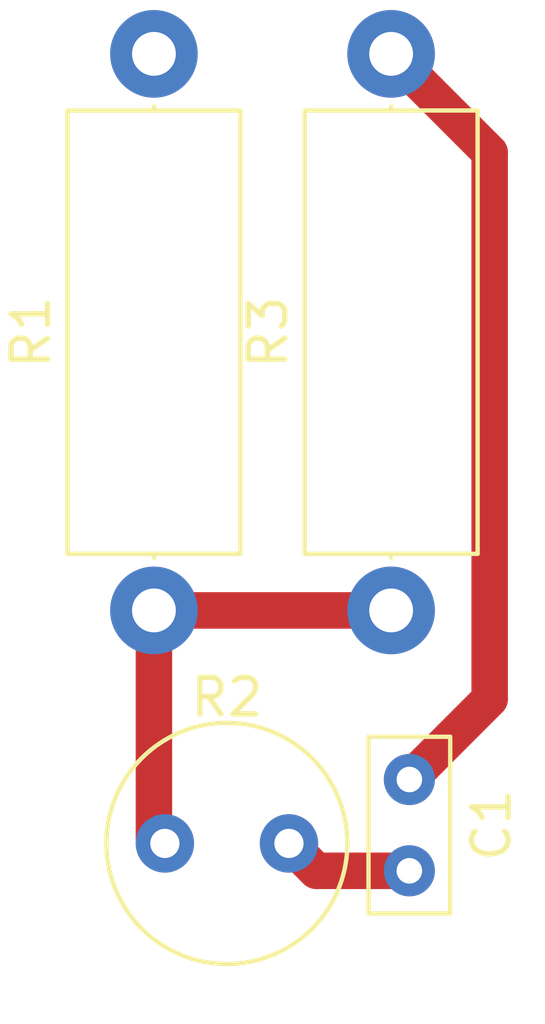
<source format=kicad_pcb>
(kicad_pcb (version 20241229) (generator "pcbnew") (generator_version "9.0")
  (layers (0 "F.Cu" signal) (2 "B.Cu" signal) (13 "F.Paste" user) (15 "B.Paste" user) (5 "F.SilkS" user "F.Silkscreen") (7 "B.SilkS" user "B.Silkscreen") (1 "F.Mask" user) (3 "B.Mask" user) (25 "Edge.Cuts" user))
  (net 0 "")
  (net 1 "Net-(C1-Pad1)")
  (net 2 "GND")
  (net 3 "Net-(R1-Pad1)")
  (net 4 "+3.3V")
  (footprint "Resistor_THT:R_Axial_DIN0414_L11.9mm_D4.5mm_P15.24mm_Horizontal" (layer "F.Cu") (at 37.5 29.62 90)
    (property "Reference" "R3" (at 7.62 -3.37 90) (layer "F.SilkS"))
    (property "Value" "R")
    (fp_line (start 13.69 -2.37) (end 1.55 -2.37) (stroke (width 0.12)) (layer "F.SilkS"))
    (fp_line (start 1.55 -2.37) (end 1.55 2.37) (stroke (width 0.12)) (layer "F.SilkS"))
    (fp_line (start 13.8 0) (end 13.69 0) (stroke (width 0.12)) (layer "F.SilkS"))
    (fp_line (start 1.44 0) (end 1.55 0) (stroke (width 0.12)) (layer "F.SilkS"))
    (fp_line (start 13.69 2.37) (end 13.69 -2.37) (stroke (width 0.12)) (layer "F.SilkS"))
    (fp_line (start 1.55 2.37) (end 13.69 2.37) (stroke (width 0.12)) (layer "F.SilkS"))
    (pad "1" thru_hole circle (at 0 0 90) (size 2.4 2.4) (drill 1.2) (layers "*.Cu" "*.Mask") (net 3 "Net-(R1-Pad1)"))
    (pad "2" thru_hole oval (at 15.24 0 90) (size 2.4 2.4) (drill 1.2) (layers "*.Cu" "*.Mask") (net 1 "Net-(C1-Pad1)"))
  )
  (footprint "Capacitor_THT:C_Rect_L4.6mm_W2.0mm_P2.50mm_MKS02_FKP02" (layer "F.Cu") (at 38 34.25 -90)
    (property "Reference" "C1" (at 1.25 -2.25 90) (layer "F.SilkS"))
    (property "Value" "C")
    (fp_line (start -1.17 1.12) (end 3.67 1.12) (stroke (width 0.12)) (layer "F.SilkS"))
    (fp_line (start -1.17 -1.12) (end -1.17 1.12) (stroke (width 0.12)) (layer "F.SilkS"))
    (fp_line (start -1.17 -1.12) (end 3.67 -1.12) (stroke (width 0.12)) (layer "F.SilkS"))
    (fp_line (start 3.67 -1.12) (end 3.67 1.12) (stroke (width 0.12)) (layer "F.SilkS"))
    (pad "1" thru_hole circle (at 0 0 270) (size 1.4 1.4) (drill 0.7) (layers "*.Cu" "*.Mask") (net 1 "Net-(C1-Pad1)"))
    (pad "2" thru_hole circle (at 2.5 0 270) (size 1.4 1.4) (drill 0.7) (layers "*.Cu" "*.Mask") (net 2 "GND"))
  )
  (footprint "OptoDevice:R_LDR_D6.4mm_P3.4mm_Vertical" (layer "F.Cu") (at 31.3 36)
    (property "Reference" "R2" (at 1.7 -4 0) (layer "F.SilkS"))
    (property "Value" "A1050")
    (fp_circle (center 1.7 0) (end 5 -0.1) (stroke (width 0.12)) (fill no) (layer "F.SilkS"))
    (pad "1" thru_hole circle (at 0 0) (size 1.6 1.6) (drill 0.8) (layers "*.Cu" "*.Mask") (net 3 "Net-(R1-Pad1)"))
    (pad "2" thru_hole circle (at 3.4 0) (size 1.6 1.6) (drill 0.8) (layers "*.Cu" "*.Mask") (net 2 "GND"))
  )
  (footprint "Resistor_THT:R_Axial_DIN0414_L11.9mm_D4.5mm_P15.24mm_Horizontal" (layer "F.Cu") (at 31 29.62 90)
    (property "Reference" "R1" (at 7.62 -3.37 90) (layer "F.SilkS"))
    (property "Value" "R")
    (fp_line (start 13.69 -2.37) (end 1.55 -2.37) (stroke (width 0.12)) (layer "F.SilkS"))
    (fp_line (start 1.55 -2.37) (end 1.55 2.37) (stroke (width 0.12)) (layer "F.SilkS"))
    (fp_line (start 13.8 0) (end 13.69 0) (stroke (width 0.12)) (layer "F.SilkS"))
    (fp_line (start 1.44 0) (end 1.55 0) (stroke (width 0.12)) (layer "F.SilkS"))
    (fp_line (start 13.69 2.37) (end 13.69 -2.37) (stroke (width 0.12)) (layer "F.SilkS"))
    (fp_line (start 1.55 2.37) (end 13.69 2.37) (stroke (width 0.12)) (layer "F.SilkS"))
    (pad "1" thru_hole circle (at 0 0 90) (size 2.4 2.4) (drill 1.2) (layers "*.Cu" "*.Mask") (net 3 "Net-(R1-Pad1)"))
    (pad "2" thru_hole oval (at 15.24 0 90) (size 2.4 2.4) (drill 1.2) (layers "*.Cu" "*.Mask") (net 4 "+3.3V"))
  )
  (segment (start 40.201 17.081) (end 37.5 14.38) (width 1) (layer "F.Cu") (net 1))
  (segment (start 40.201 32.049) (end 40.201 17.081) (width 1) (layer "F.Cu") (net 1))
  (segment (start 38 34.25) (end 40.201 32.049) (width 1) (layer "F.Cu") (net 1))
  (segment (start 34.7 36) (end 35.45 36.75) (width 1) (layer "F.Cu") (net 2))
  (segment (start 35.45 36.75) (end 38 36.75) (width 1) (layer "F.Cu") (net 2))
  (segment (start 37.5 29.62) (end 31 29.62) (width 1) (layer "F.Cu") (net 3))
  (segment (start 31 30.12) (end 31.5 29.62) (width 1) (layer "F.Cu") (net 3))
  (segment (start 31 36) (end 31 30.12) (width 1) (layer "F.Cu") (net 3))
)
</source>
